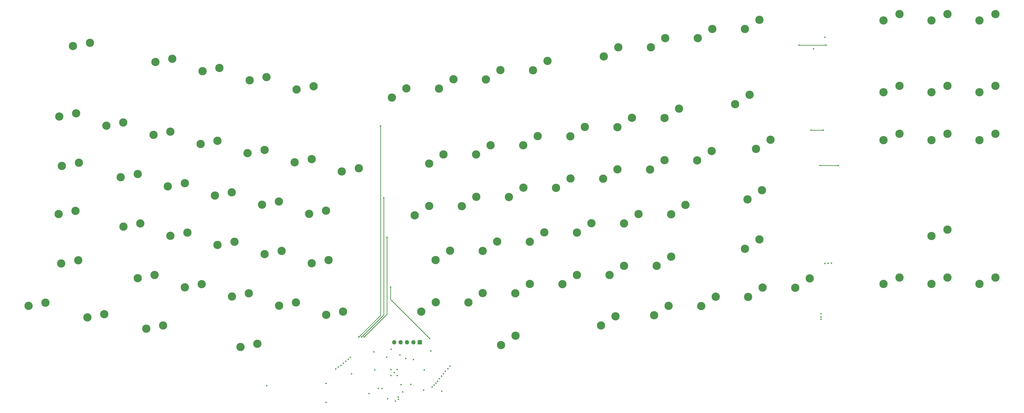
<source format=gbr>
%TF.GenerationSoftware,KiCad,Pcbnew,8.0.4*%
%TF.CreationDate,2024-09-01T12:40:52+09:00*%
%TF.ProjectId,ttaelgam,74746165-6c67-4616-9d2e-6b696361645f,rev?*%
%TF.SameCoordinates,Original*%
%TF.FileFunction,Copper,L3,Inr*%
%TF.FilePolarity,Positive*%
%FSLAX46Y46*%
G04 Gerber Fmt 4.6, Leading zero omitted, Abs format (unit mm)*
G04 Created by KiCad (PCBNEW 8.0.4) date 2024-09-01 12:40:52*
%MOMM*%
%LPD*%
G01*
G04 APERTURE LIST*
%TA.AperFunction,ComponentPad*%
%ADD10C,3.300000*%
%TD*%
%TA.AperFunction,ComponentPad*%
%ADD11O,1.700000X1.700000*%
%TD*%
%TA.AperFunction,ComponentPad*%
%ADD12R,1.700000X1.700000*%
%TD*%
%TA.AperFunction,ViaPad*%
%ADD13C,0.600000*%
%TD*%
%TA.AperFunction,Conductor*%
%ADD14C,0.250000*%
%TD*%
G04 APERTURE END LIST*
D10*
%TO.N,COL1*%
%TO.C,MX52*%
X158488922Y-230633419D03*
%TO.N,Net-(D52-A)*%
X165206910Y-229351723D03*
%TD*%
%TO.N,COL1*%
%TO.C,MX2*%
X171211112Y-165183426D03*
%TO.N,Net-(D2-A)*%
X177929100Y-163901730D03*
%TD*%
%TO.N,COL4*%
%TO.C,MX55*%
X214588916Y-241538153D03*
%TO.N,Net-(D55-A)*%
X221306904Y-240256457D03*
%TD*%
%TO.N,COL1*%
%TO.C,MX18*%
X151733747Y-190507239D03*
%TO.N,Net-(D18-A)*%
X158451735Y-189225543D03*
%TD*%
%TO.N,COL5*%
%TO.C,MX24*%
X279896559Y-205592121D03*
%TO.N,Net-(D24-A)*%
X285645236Y-201887151D03*
%TD*%
%TO.N,COL17*%
%TO.C,MX69*%
X239004001Y-265690518D03*
%TO.N,Net-(D69-A)*%
X245721989Y-264408822D03*
%TD*%
%TO.N,COL2*%
%TO.C,MX66*%
X182904008Y-254785783D03*
%TO.N,Net-(D66-A)*%
X189621996Y-253504087D03*
%TD*%
%TO.N,COL7*%
%TO.C,MX84*%
X369236195Y-265852467D03*
%TO.N,Net-(D84-A)*%
X374984872Y-262147497D03*
%TD*%
%TO.N,COL6*%
%TO.C,MX58*%
X301191380Y-240265933D03*
%TO.N,Net-(D58-A)*%
X306940057Y-236560963D03*
%TD*%
%TO.N,COL0*%
%TO.C,MX64*%
X133816513Y-245244141D03*
%TO.N,Net-(D64-A)*%
X140534501Y-243962445D03*
%TD*%
%TO.N,COL0*%
%TO.C,MX78*%
X120831603Y-262126683D03*
%TO.N,Net-(D78-A)*%
X127549591Y-260844987D03*
%TD*%
%TO.N,COL8*%
%TO.C,MX73*%
X332876288Y-253513564D03*
%TO.N,Net-(D73-A)*%
X338624965Y-249808594D03*
%TD*%
%TO.N,COL9*%
%TO.C,MX61*%
X357291373Y-229361199D03*
%TO.N,Net-(D61-A)*%
X363040050Y-225656229D03*
%TD*%
%TO.N,COL12*%
%TO.C,MX63*%
X406378868Y-219819557D03*
%TO.N,Net-(D63-A)*%
X412127545Y-216114587D03*
%TD*%
%TO.N,COL14*%
%TO.C,MX89*%
X479407648Y-253416553D03*
%TO.N,Net-(D89-A)*%
X485757648Y-250876553D03*
%TD*%
%TO.N,COL16*%
%TO.C,MX22*%
X226533738Y-205046885D03*
%TO.N,Net-(D22-A)*%
X233251726Y-203765189D03*
%TD*%
%TO.N,COL9*%
%TO.C,MX44*%
X348981462Y-211569929D03*
%TO.N,Net-(D44-A)*%
X354730139Y-207864959D03*
%TD*%
%TO.N,COL3*%
%TO.C,MX67*%
X201604005Y-258420695D03*
%TO.N,Net-(D67-A)*%
X208321993Y-257138999D03*
%TD*%
%TO.N,COL9*%
%TO.C,MX74*%
X351576286Y-249878653D03*
%TO.N,Net-(D74-A)*%
X357324963Y-246173683D03*
%TD*%
%TO.N,COL2*%
%TO.C,MX36*%
X176148832Y-214659604D03*
%TO.N,Net-(D36-A)*%
X182866820Y-213377908D03*
%TD*%
%TO.N,COL16*%
%TO.C,MX39*%
X232248825Y-225564338D03*
%TO.N,Net-(D39-A)*%
X238966813Y-224282642D03*
%TD*%
%TO.N,COL13*%
%TO.C,MX88*%
X460357648Y-253416553D03*
%TO.N,Net-(D88-A)*%
X466707648Y-250876553D03*
%TD*%
%TO.N,COL2*%
%TO.C,MX19*%
X170433744Y-194142151D03*
%TO.N,Net-(D19-A)*%
X177151732Y-192860455D03*
%TD*%
%TO.N,COL2*%
%TO.C,MX3*%
X189911110Y-168818338D03*
%TO.N,Net-(D3-A)*%
X196629098Y-167536642D03*
%TD*%
%TO.N,COL6*%
%TO.C,MX71*%
X295476292Y-260783387D03*
%TO.N,Net-(D71-A)*%
X301224969Y-257078417D03*
%TD*%
%TO.N,COL8*%
%TO.C,MX27*%
X335996552Y-194687387D03*
%TO.N,Net-(D27-A)*%
X341745229Y-190982417D03*
%TD*%
%TO.N,COL4*%
%TO.C,MX5*%
X227311105Y-176088160D03*
%TO.N,Net-(D5-A)*%
X234029093Y-174806464D03*
%TD*%
%TO.N,COL12*%
%TO.C,MX76*%
X405338779Y-239428282D03*
%TO.N,Net-(D76-A)*%
X411087456Y-235723312D03*
%TD*%
%TO.N,COL8*%
%TO.C,MX9*%
X321194186Y-168454846D03*
%TO.N,Net-(D9-A)*%
X326942863Y-164749876D03*
%TD*%
%TO.N,COL12*%
%TO.C,MX13*%
X405344176Y-152097745D03*
%TO.N,Net-(D13-A)*%
X411092853Y-148392775D03*
%TD*%
%TO.N,COL4*%
%TO.C,MX21*%
X207833740Y-201411973D03*
%TO.N,Net-(D21-A)*%
X214551728Y-200130277D03*
%TD*%
%TO.N,COL15*%
%TO.C,MX33*%
X498457648Y-177216553D03*
%TO.N,Net-(D33-A)*%
X504807648Y-174676553D03*
%TD*%
%TO.N,COL7*%
%TO.C,MX26*%
X317296554Y-198322298D03*
%TO.N,Net-(D26-A)*%
X323045231Y-194617328D03*
%TD*%
%TO.N,COL11*%
%TO.C,MX12*%
X386644179Y-155732656D03*
%TO.N,Net-(D12-A)*%
X392392856Y-152027686D03*
%TD*%
%TO.N,COL15*%
%TO.C,MX16*%
X498457648Y-148641553D03*
%TO.N,Net-(D16-A)*%
X504807648Y-146101553D03*
%TD*%
%TO.N,COL0*%
%TO.C,MX34*%
X134073837Y-206481054D03*
%TO.N,Net-(D34-A)*%
X140791825Y-205199358D03*
%TD*%
%TO.N,COL5*%
%TO.C,MX40*%
X274181471Y-226109575D03*
%TO.N,Net-(D40-A)*%
X279930148Y-222404605D03*
%TD*%
%TO.N,COL5*%
%TO.C,MX82*%
X308461202Y-277665929D03*
%TO.N,Net-(D82-A)*%
X314209879Y-273960959D03*
%TD*%
%TO.N,COL8*%
%TO.C,MX43*%
X330281465Y-215204840D03*
%TO.N,Net-(D43-A)*%
X336030142Y-211499870D03*
%TD*%
%TO.N,COL12*%
%TO.C,MX30*%
X401446545Y-181965197D03*
%TO.N,Net-(D30-A)*%
X407195222Y-178260227D03*
%TD*%
%TO.N,COL6*%
%TO.C,MX7*%
X283794190Y-175724669D03*
%TO.N,Net-(D7-A)*%
X289542867Y-172019699D03*
%TD*%
%TO.N,COL4*%
%TO.C,MX68*%
X220304003Y-262055606D03*
%TO.N,Net-(D68-A)*%
X227021991Y-260773910D03*
%TD*%
%TO.N,COL0*%
%TO.C,MX17*%
X133033749Y-186872328D03*
%TO.N,Net-(D17-A)*%
X139751737Y-185590632D03*
%TD*%
%TO.N,COL1*%
%TO.C,MX35*%
X157448834Y-211024693D03*
%TO.N,Net-(D35-A)*%
X164166822Y-209742997D03*
%TD*%
%TO.N,COL3*%
%TO.C,MX4*%
X208611108Y-172453249D03*
%TO.N,Net-(D4-A)*%
X215329096Y-171171553D03*
%TD*%
%TO.N,COL7*%
%TO.C,MX8*%
X302494188Y-172089757D03*
%TO.N,Net-(D8-A)*%
X308242865Y-168384787D03*
%TD*%
%TO.N,COL0*%
%TO.C,MX1*%
X138486116Y-158822331D03*
%TO.N,Net-(D1-A)*%
X145204104Y-157540635D03*
%TD*%
%TO.N,COL14*%
%TO.C,MX49*%
X479407648Y-196266553D03*
%TO.N,Net-(D49-A)*%
X485757648Y-193726553D03*
%TD*%
D11*
%TO.N,SWC*%
%TO.C,J3*%
X266007036Y-276600614D03*
%TO.N,SWD*%
X268547036Y-276600614D03*
%TO.N,RESET*%
X271087037Y-276600614D03*
%TO.N,+3V3*%
X273627036Y-276600614D03*
D12*
%TO.N,GND*%
X276167036Y-276600614D03*
%TD*%
D10*
%TO.N,COL6*%
%TO.C,MX83*%
X348198698Y-269941742D03*
%TO.N,Net-(D83-A)*%
X353947375Y-266236772D03*
%TD*%
%TO.N,COL13*%
%TO.C,MX48*%
X460357648Y-196266553D03*
%TO.N,Net-(D48-A)*%
X466707648Y-193726553D03*
%TD*%
%TO.N,COL10*%
%TO.C,MX62*%
X375991371Y-225726288D03*
%TO.N,Net-(D62-A)*%
X381740048Y-222021318D03*
%TD*%
%TO.N,COL10*%
%TO.C,MX75*%
X370276283Y-246243741D03*
%TO.N,Net-(D75-A)*%
X376024960Y-242538771D03*
%TD*%
%TO.N,COL6*%
%TO.C,MX25*%
X298596556Y-201957210D03*
%TO.N,Net-(D25-A)*%
X304345233Y-198252240D03*
%TD*%
%TO.N,COL14*%
%TO.C,MX32*%
X479407648Y-177216553D03*
%TO.N,Net-(D32-A)*%
X485757648Y-174676553D03*
%TD*%
%TO.N,COL14*%
%TO.C,MX15*%
X479407648Y-148641553D03*
%TO.N,Net-(D15-A)*%
X485757648Y-146101553D03*
%TD*%
%TO.N,COL6*%
%TO.C,MX41*%
X292881469Y-222474663D03*
%TO.N,Net-(D41-A)*%
X298630146Y-218769693D03*
%TD*%
%TO.N,COL11*%
%TO.C,MX86*%
X406636191Y-258582644D03*
%TO.N,Net-(D86-A)*%
X412384868Y-254877674D03*
%TD*%
%TO.N,COL8*%
%TO.C,MX60*%
X338591375Y-232996110D03*
%TO.N,Net-(D60-A)*%
X344340052Y-229291140D03*
%TD*%
%TO.N,COL9*%
%TO.C,MX10*%
X349244183Y-163002479D03*
%TO.N,Net-(D10-A)*%
X354992860Y-159297509D03*
%TD*%
%TO.N,COL3*%
%TO.C,MX81*%
X204981593Y-278483784D03*
%TO.N,Net-(D81-A)*%
X211699581Y-277202088D03*
%TD*%
%TO.N,COL1*%
%TO.C,MX65*%
X164204010Y-251150872D03*
%TO.N,Net-(D65-A)*%
X170921998Y-249869176D03*
%TD*%
%TO.N,COL13*%
%TO.C,MX14*%
X460357648Y-148641553D03*
%TO.N,Net-(D14-A)*%
X466707648Y-146101553D03*
%TD*%
%TO.N,COL4*%
%TO.C,MX38*%
X213548828Y-221929427D03*
%TO.N,Net-(D38-A)*%
X220266816Y-220647731D03*
%TD*%
%TO.N,COL11*%
%TO.C,MX46*%
X386381458Y-204300106D03*
%TO.N,Net-(D46-A)*%
X392130135Y-200595136D03*
%TD*%
%TO.N,COL2*%
%TO.C,MX53*%
X177188920Y-234268330D03*
%TO.N,Net-(D53-A)*%
X183906908Y-232986634D03*
%TD*%
%TO.N,COL10*%
%TO.C,MX29*%
X373396548Y-187417564D03*
%TO.N,Net-(D29-A)*%
X379145225Y-183712594D03*
%TD*%
%TO.N,COL17*%
%TO.C,MX23*%
X245233736Y-208681796D03*
%TO.N,Net-(D23-A)*%
X251951724Y-207400100D03*
%TD*%
%TO.N,COL13*%
%TO.C,MX31*%
X460357648Y-177216553D03*
%TO.N,Net-(D31-A)*%
X466707648Y-174676553D03*
%TD*%
%TO.N,COL3*%
%TO.C,MX37*%
X194848830Y-218294516D03*
%TO.N,Net-(D37-A)*%
X201566818Y-217012820D03*
%TD*%
%TO.N,COL7*%
%TO.C,MX42*%
X311581467Y-218839752D03*
%TO.N,Net-(D42-A)*%
X317330144Y-215134782D03*
%TD*%
%TO.N,COL15*%
%TO.C,MX90*%
X498457648Y-253416553D03*
%TO.N,Net-(D90-A)*%
X504807648Y-250876553D03*
%TD*%
%TO.N,COL10*%
%TO.C,MX45*%
X367681460Y-207935018D03*
%TO.N,Net-(D45-A)*%
X373430137Y-204230048D03*
%TD*%
%TO.N,COL3*%
%TO.C,MX20*%
X189133742Y-197777062D03*
%TO.N,Net-(D20-A)*%
X195851730Y-196495366D03*
%TD*%
%TO.N,COL10*%
%TO.C,MX85*%
X387936193Y-262217556D03*
%TO.N,Net-(D85-A)*%
X393684870Y-258512586D03*
%TD*%
%TO.N,COL15*%
%TO.C,MX50*%
X498457648Y-196266553D03*
%TO.N,Net-(D50-A)*%
X504807648Y-193726553D03*
%TD*%
%TO.N,COL3*%
%TO.C,MX54*%
X195888918Y-237903241D03*
%TO.N,Net-(D54-A)*%
X202606906Y-236621545D03*
%TD*%
%TO.N,COL10*%
%TO.C,MX11*%
X367944181Y-159367567D03*
%TO.N,Net-(D11-A)*%
X373692858Y-155662597D03*
%TD*%
%TO.N,COL2*%
%TO.C,MX80*%
X167581598Y-271213962D03*
%TO.N,Net-(D80-A)*%
X174299586Y-269932266D03*
%TD*%
%TO.N,COL9*%
%TO.C,MX28*%
X354696550Y-191052476D03*
%TO.N,Net-(D28-A)*%
X360445227Y-187347506D03*
%TD*%
%TO.N,COL5*%
%TO.C,MX57*%
X282491382Y-243900845D03*
%TO.N,Net-(D57-A)*%
X288240059Y-240195875D03*
%TD*%
%TO.N,COL7*%
%TO.C,MX59*%
X319891378Y-236631022D03*
%TO.N,Net-(D59-A)*%
X325640055Y-232926052D03*
%TD*%
%TO.N,COL12*%
%TO.C,MX47*%
X409756455Y-199756467D03*
%TO.N,Net-(D47-A)*%
X415505132Y-196051497D03*
%TD*%
%TO.N,COL5*%
%TO.C,MX6*%
X265094193Y-179359580D03*
%TO.N,Net-(D6-A)*%
X270842870Y-175654610D03*
%TD*%
%TO.N,COL1*%
%TO.C,MX79*%
X144206600Y-266670323D03*
%TO.N,Net-(D79-A)*%
X150924588Y-265388627D03*
%TD*%
%TO.N,COL16*%
%TO.C,MX56*%
X233288914Y-245173064D03*
%TO.N,Net-(D56-A)*%
X240006902Y-243891368D03*
%TD*%
%TO.N,COL5*%
%TO.C,MX70*%
X276776294Y-264418298D03*
%TO.N,Net-(D70-A)*%
X282524971Y-260713328D03*
%TD*%
%TO.N,COL14*%
%TO.C,MX77*%
X479407648Y-234366553D03*
%TO.N,Net-(D77-A)*%
X485757648Y-231826553D03*
%TD*%
%TO.N,COL7*%
%TO.C,MX72*%
X314176290Y-257148475D03*
%TO.N,Net-(D72-A)*%
X319924967Y-253443505D03*
%TD*%
%TO.N,COL0*%
%TO.C,MX51*%
X132776425Y-225635415D03*
%TO.N,Net-(D51-A)*%
X139494413Y-224353719D03*
%TD*%
%TO.N,COL12*%
%TO.C,MX87*%
X425336189Y-254947733D03*
%TO.N,Net-(D87-A)*%
X431084866Y-251242763D03*
%TD*%
D13*
%TO.N,COL5*%
X280609740Y-280096311D03*
%TO.N,COL6*%
X288209736Y-286096311D03*
%TO.N,COL7*%
X287409740Y-287096311D03*
%TO.N,COL8*%
X286409740Y-288096311D03*
%TO.N,COL9*%
X285609740Y-289096311D03*
%TO.N,COL10*%
X284809740Y-290096311D03*
%TO.N,COL11*%
X284009740Y-291096311D03*
%TO.N,COL12*%
X283209740Y-292096311D03*
%TO.N,COL13*%
X282609740Y-292896437D03*
%TO.N,COL14*%
X281859740Y-293646311D03*
%TO.N,COL15*%
X281109740Y-294396311D03*
%TO.N,COL4*%
X246859745Y-284146306D03*
%TO.N,COL16*%
X247859740Y-283396311D03*
%TO.N,COL0*%
X242859740Y-287146311D03*
%TO.N,COL2*%
X244859740Y-285821311D03*
%TO.N,COL3*%
X245859740Y-284896311D03*
%TO.N,COL17*%
X248609740Y-282646311D03*
%TO.N,ROW5*%
X259809740Y-294996311D03*
%TO.N,ROW3*%
X280109740Y-275096311D03*
X264609740Y-254696311D03*
%TO.N,ROW2*%
X254109740Y-274496311D03*
X263209740Y-234896311D03*
%TO.N,ROW1*%
X253109740Y-274496311D03*
X261909740Y-219196311D03*
%TO.N,ROW0*%
X252009740Y-274496311D03*
X260609740Y-190596311D03*
%TO.N,+3V3*%
X437109740Y-245296311D03*
X435509740Y-265296311D03*
%TO.N,D+*%
X435509740Y-267396311D03*
%TO.N,D-*%
X435509740Y-266496311D03*
X438309740Y-245196311D03*
%TO.N,D+*%
X439672240Y-245133811D03*
%TO.N,ROW5*%
X284909740Y-296096311D03*
X215409740Y-293896311D03*
%TO.N,RESET*%
X273709740Y-283496311D03*
X249147036Y-289100614D03*
%TO.N,GND*%
X238947037Y-292900614D03*
X238947037Y-300500615D03*
X277709740Y-295667622D03*
X258367273Y-287592623D03*
X258044480Y-280392623D03*
X272619480Y-293386572D03*
X278009740Y-287600613D03*
X267209740Y-287396311D03*
X437109740Y-155396311D03*
X264809739Y-287396311D03*
X266009760Y-288596301D03*
X432628506Y-159939774D03*
X264847037Y-279400614D03*
X264809740Y-289796311D03*
X267744479Y-299267622D03*
X269394480Y-296317622D03*
X263069480Y-282563638D03*
X256019479Y-296986571D03*
X261219480Y-294986570D03*
X267209741Y-289796311D03*
%TO.N,+3V3*%
X266546572Y-299942622D03*
X270609740Y-282996311D03*
X267694480Y-298367623D03*
%TO.N,+1V1*%
X263419479Y-299042622D03*
X268719479Y-293417622D03*
X268294480Y-281567623D03*
%TO.N,ROW0*%
X437609740Y-158496311D03*
X426809740Y-158496311D03*
%TO.N,ROW1*%
X431609740Y-192296311D03*
X436409740Y-192296311D03*
%TO.N,ROW2*%
X442409740Y-206296311D03*
X435209740Y-206296311D03*
%TO.N,COL1*%
X243859740Y-286396311D03*
%TD*%
D14*
%TO.N,ROW3*%
X264609740Y-259596311D02*
X280109740Y-275096311D01*
X264609740Y-254696311D02*
X264609740Y-259596311D01*
%TO.N,ROW2*%
X263209740Y-265396311D02*
X254109740Y-274496311D01*
X263209740Y-234896311D02*
X263209740Y-265396311D01*
%TO.N,ROW0*%
X426809740Y-158496311D02*
X437609740Y-158496311D01*
%TO.N,ROW1*%
X431609740Y-192296311D02*
X436409740Y-192296311D01*
%TO.N,ROW2*%
X435209740Y-206296311D02*
X442409740Y-206296311D01*
%TO.N,ROW1*%
X253109740Y-274496311D02*
X261909740Y-265696311D01*
%TO.N,ROW0*%
X260609740Y-190596311D02*
X260609740Y-265896311D01*
%TO.N,ROW1*%
X261909740Y-265696311D02*
X261909740Y-219196311D01*
%TO.N,ROW0*%
X260609740Y-265896311D02*
X252009740Y-274496311D01*
%TD*%
M02*

</source>
